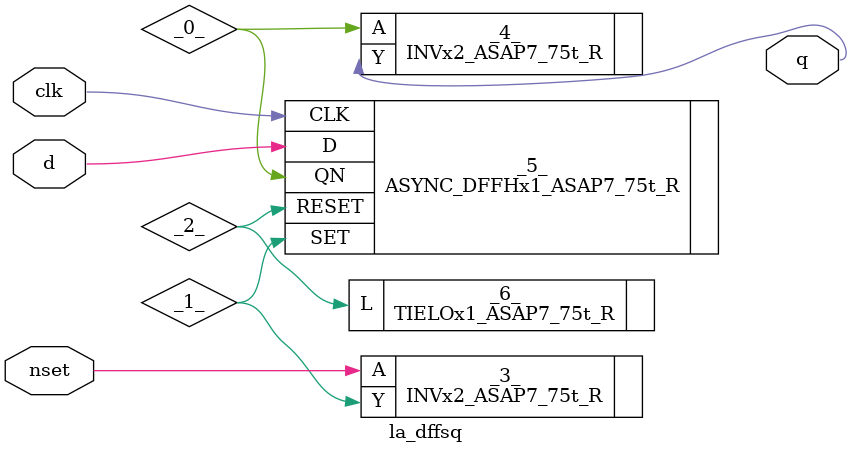
<source format=v>

/* Generated by Yosys 0.37 (git sha1 a5c7f69ed, clang 14.0.0-1ubuntu1.1 -fPIC -Os) */

module la_dffsq(d, clk, nset, q);
  wire _0_;
  wire _1_;
  wire _2_;
  input clk;
  wire clk;
  input d;
  wire d;
  input nset;
  wire nset;
  output q;
  wire q;
  INVx2_ASAP7_75t_R _3_ (
    .A(nset),
    .Y(_1_)
  );
  INVx2_ASAP7_75t_R _4_ (
    .A(_0_),
    .Y(q)
  );
  ASYNC_DFFHx1_ASAP7_75t_R _5_ (
    .CLK(clk),
    .D(d),
    .QN(_0_),
    .RESET(_2_),
    .SET(_1_)
  );
  TIELOx1_ASAP7_75t_R _6_ (
    .L(_2_)
  );
endmodule

</source>
